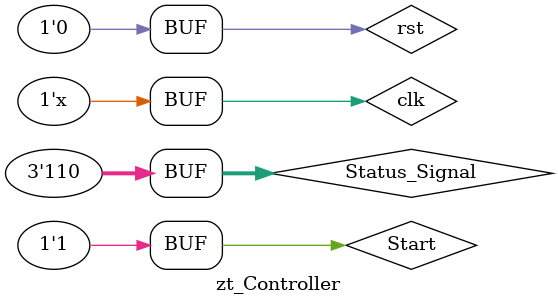
<source format=v>
`timescale 1ns/ 1ps
module zt_Controller();
wire [14:0] Control_Signal;
wire Done;
reg Start = 0;
reg [2:0] Status_Signal = 3'b011;
reg clk = 0;
reg rst = 1;
Controller uut(Control_Signal, Done, Start, Status_Signal, clk, rst);

always #20 clk = !clk;
initial #26 Start = 1;
initial #10 rst = 1;
initial    #25 rst = 0;
initial    #230 Status_Signal = 3'b001;
initial    #315 Status_Signal = 3'b110;
endmodule
</source>
